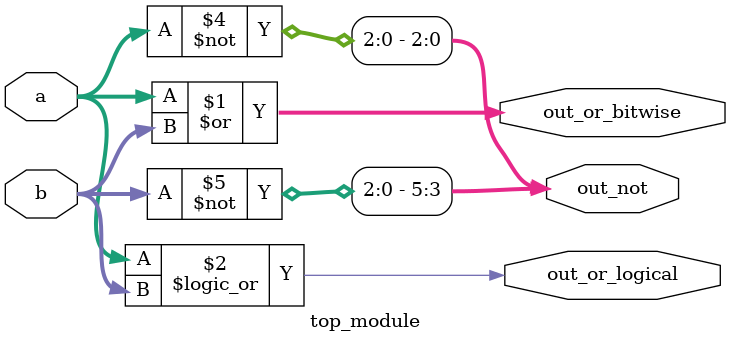
<source format=sv>
module top_module(
	input [2:0] a, 
	input [2:0] b, 
	output [2:0] out_or_bitwise,
	output out_or_logical,
	output [5:0] out_not
);

	assign out_or_bitwise = a | b;
	assign out_or_logical = |(a || b);
	assign out_not = {~b, ~a};
	
endmodule

</source>
